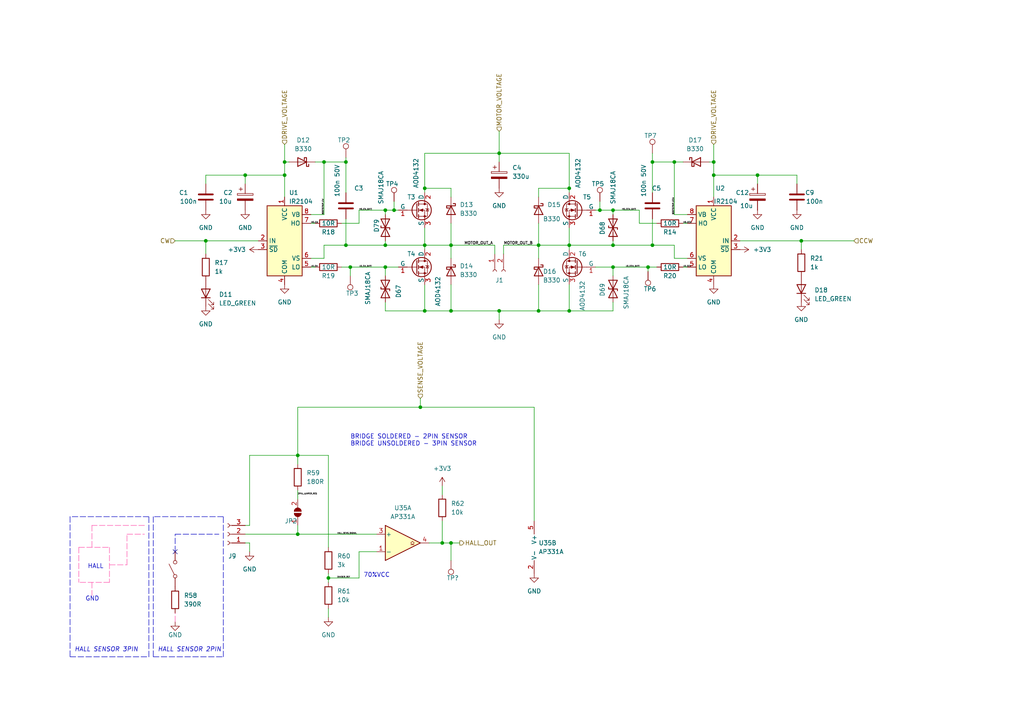
<source format=kicad_sch>
(kicad_sch (version 20211123) (generator eeschema)
  (paper "A4")
  (lib_symbols
    (symbol "Connector:Conn_01x02_Female" (pin_names (offset 1.016) hide)
      (property "Reference" "J" (at 0 2.54 0))
      (property "Value" "Conn_01x02_Female" (at 0 -5.08 0))
      (symbol "Conn_01x02_Female_1_1"
        (arc (start 0 -2.032) (mid -0.508 -2.54) (end 0 -3.048) (stroke (width 0.1524)))
        (polyline (pts (xy -1.27 -2.54) (xy -0.508 -2.54)) (stroke (width 0.1524)))
        (polyline (pts (xy -1.27 0) (xy -0.508 0)) (stroke (width 0.1524)))
        (arc (start 0 0.508) (mid -0.508 0) (end 0 -0.508) (stroke (width 0.1524)))
        (pin passive line (at -5.08 0 0) (length 3.81) (name "Pin_1") (number "1"))
        (pin passive line (at -5.08 -2.54 0) (length 3.81) (name "Pin_2") (number "2"))
      )
    )
    (symbol "Connector:Conn_01x03_Female" (pin_names (offset 1.016) hide)
      (property "Reference" "J" (at 0 5.08 0))
      (property "Value" "Conn_01x03_Female" (at 0 -5.08 0))
      (symbol "Conn_01x03_Female_1_1"
        (arc (start 0 -2.032) (mid -0.508 -2.54) (end 0 -3.048) (stroke (width 0.1524)))
        (polyline (pts (xy -1.27 -2.54) (xy -0.508 -2.54)) (stroke (width 0.1524)))
        (polyline (pts (xy -1.27 0) (xy -0.508 0)) (stroke (width 0.1524)))
        (polyline (pts (xy -1.27 2.54) (xy -0.508 2.54)) (stroke (width 0.1524)))
        (arc (start 0 0.508) (mid -0.508 0) (end 0 -0.508) (stroke (width 0.1524)))
        (arc (start 0 3.048) (mid -0.508 2.54) (end 0 2.032) (stroke (width 0.1524)))
        (pin passive line (at -5.08 2.54 0) (length 3.81) (name "Pin_1") (number "1"))
        (pin passive line (at -5.08 0 0) (length 3.81) (name "Pin_2") (number "2"))
        (pin passive line (at -5.08 -2.54 0) (length 3.81) (name "Pin_3") (number "3"))
      )
    )
    (symbol "Connector:TestPoint" (pin_numbers hide) (pin_names (offset 0.762) hide)
      (property "Reference" "TP" (at 0 6.858 0))
      (property "Value" "TestPoint" (at 0 5.08 0))
      (symbol "TestPoint_0_1"
        (circle (center 0 3.302) (radius 0.762))
      )
      (symbol "TestPoint_1_1"
        (pin passive line (at 0 0 90) (length 2.54) (name "1") (number "1"))
      )
    )
    (symbol "Device:C" (pin_numbers hide) (pin_names (offset 0.254))
      (property "Reference" "C" (at 0.635 2.54 0))
      (property "Value" "C" (at 0.635 -2.54 0))
      (symbol "C_0_1"
        (polyline (pts (xy -2.032 -0.762) (xy 2.032 -0.762)) (stroke (width 0.508)))
        (polyline (pts (xy -2.032 0.762) (xy 2.032 0.762)) (stroke (width 0.508)))
      )
      (symbol "C_1_1"
        (pin passive line (at 0 3.81 270) (length 2.794) (name "~") (number "1"))
        (pin passive line (at 0 -3.81 90) (length 2.794) (name "~") (number "2"))
      )
    )
    (symbol "Device:C_Polarized" (pin_numbers hide) (pin_names (offset 0.254))
      (property "Reference" "C" (at 0.635 2.54 0))
      (property "Value" "C_Polarized" (at 0.635 -2.54 0))
      (symbol "C_Polarized_0_1"
        (rectangle (start -2.286 0.508) (end 2.286 1.016))
        (polyline (pts (xy -1.778 2.286) (xy -0.762 2.286)))
        (polyline (pts (xy -1.27 2.794) (xy -1.27 1.778)))
        (rectangle (start 2.286 -0.508) (end -2.286 -1.016) (fill (type outline)))
      )
      (symbol "C_Polarized_1_1"
        (pin passive line (at 0 3.81 270) (length 2.794) (name "~") (number "1"))
        (pin passive line (at 0 -3.81 90) (length 2.794) (name "~") (number "2"))
      )
    )
    (symbol "Device:LED" (pin_numbers hide) (pin_names (offset 1.016) hide)
      (property "Reference" "D" (at 0 2.54 0))
      (property "Value" "LED" (at 0 -2.54 0))
      (symbol "LED_0_1"
        (polyline (pts (xy -1.27 -1.27) (xy -1.27 1.27)) (stroke (width 0.254)))
        (polyline (pts (xy -1.27 0) (xy 1.27 0)))
        (polyline (pts (xy 1.27 -1.27) (xy 1.27 1.27) (xy -1.27 0) (xy 1.27 -1.27)) (stroke (width 0.254)))
        (polyline (pts (xy -3.048 -0.762) (xy -4.572 -2.286) (xy -3.81 -2.286) (xy -4.572 -2.286) (xy -4.572 -1.524)))
        (polyline (pts (xy -1.778 -0.762) (xy -3.302 -2.286) (xy -2.54 -2.286) (xy -3.302 -2.286) (xy -3.302 -1.524)))
      )
      (symbol "LED_1_1"
        (pin passive line (at -3.81 0 0) (length 2.54) (name "K") (number "1"))
        (pin passive line (at 3.81 0 180) (length 2.54) (name "A") (number "2"))
      )
    )
    (symbol "Device:R" (pin_numbers hide) (pin_names (offset 0))
      (property "Reference" "R" (at 2.032 0 90))
      (property "Value" "R" (at 0 0 90))
      (symbol "R_0_1"
        (rectangle (start -1.016 -2.54) (end 1.016 2.54) (stroke (width 0.254)))
      )
      (symbol "R_1_1"
        (pin passive line (at 0 3.81 270) (length 1.27) (name "~") (number "1"))
        (pin passive line (at 0 -3.81 90) (length 1.27) (name "~") (number "2"))
      )
    )
    (symbol "Diode:1.5KExxCA" (pin_numbers hide) (pin_names (offset 1.016) hide)
      (property "Reference" "D" (at 0 2.54 0))
      (property "Value" "1.5KExxCA" (at 0 -2.54 0))
      (symbol "1.5KExxCA_0_1"
        (polyline (pts (xy 1.27 0) (xy -1.27 0)))
        (polyline (pts (xy -2.54 -1.27) (xy 0 0) (xy -2.54 1.27) (xy -2.54 -1.27)) (stroke (width 0.254)))
        (polyline (pts (xy 0.508 1.27) (xy 0 1.27) (xy 0 -1.27) (xy -0.508 -1.27)) (stroke (width 0.254)))
        (polyline (pts (xy 2.54 1.27) (xy 2.54 -1.27) (xy 0 0) (xy 2.54 1.27)) (stroke (width 0.254)))
      )
      (symbol "1.5KExxCA_1_1"
        (pin passive line (at -3.81 0 0) (length 2.54) (name "A1") (number "1"))
        (pin passive line (at 3.81 0 180) (length 2.54) (name "A2") (number "2"))
      )
    )
    (symbol "Diode:B330" (pin_numbers hide) (pin_names (offset 1.016) hide)
      (property "Reference" "D" (at 0 2.54 0))
      (property "Value" "B330" (at 0 -2.54 0))
      (symbol "B330_0_1"
        (polyline (pts (xy 1.27 0) (xy -1.27 0)))
        (polyline (pts (xy 1.27 1.27) (xy 1.27 -1.27) (xy -1.27 0) (xy 1.27 1.27)) (stroke (width 0.254)))
        (polyline (pts (xy -1.905 0.635) (xy -1.905 1.27) (xy -1.27 1.27) (xy -1.27 -1.27) (xy -0.635 -1.27) (xy -0.635 -0.635)) (stroke (width 0.254)))
      )
      (symbol "B330_1_1"
        (pin passive line (at -3.81 0 0) (length 2.54) (name "K") (number "1"))
        (pin passive line (at 3.81 0 180) (length 2.54) (name "A") (number "2"))
      )
    )
    (symbol "Jumper:SolderJumper_2_Open" (pin_names (offset 0) hide)
      (property "Reference" "JP" (at 0 2.032 0))
      (property "Value" "SolderJumper_2_Open" (at 0 -2.54 0))
      (symbol "SolderJumper_2_Open_0_1"
        (arc (start -0.254 1.016) (mid -1.27 0) (end -0.254 -1.016))
        (arc (start -0.254 1.016) (mid -1.27 0) (end -0.254 -1.016) (fill (type outline)))
        (polyline (pts (xy -0.254 1.016) (xy -0.254 -1.016)))
        (polyline (pts (xy 0.254 1.016) (xy 0.254 -1.016)))
        (arc (start 0.254 -1.016) (mid 1.27 0) (end 0.254 1.016))
        (arc (start 0.254 -1.016) (mid 1.27 0) (end 0.254 1.016) (fill (type outline)))
      )
      (symbol "SolderJumper_2_Open_1_1"
        (pin passive line (at -3.81 0 0) (length 2.54) (name "A") (number "1"))
        (pin passive line (at 3.81 0 180) (length 2.54) (name "B") (number "2"))
      )
    )
    (symbol "Switch:SW_SPST" (pin_numbers hide) (pin_names (offset 0) hide)
      (property "Reference" "SW" (at 0 3.175 0))
      (property "Value" "SW_SPST" (at 0 -2.54 0))
      (symbol "SW_SPST_0_0"
        (circle (center -2.032 0) (radius 0.508))
        (polyline (pts (xy -1.524 0.254) (xy 1.524 1.778)))
        (circle (center 2.032 0) (radius 0.508))
      )
      (symbol "SW_SPST_1_1"
        (pin passive line (at -5.08 0 0) (length 2.54) (name "A") (number "1"))
        (pin passive line (at 5.08 0 180) (length 2.54) (name "B") (number "2"))
      )
    )
    (symbol "_IntegratedCircuits:AP331A" (pin_names (offset 0.127))
      (property "Reference" "U" (at 0 12.7 0))
      (property "Value" "AP331A" (at 0 10.16 0))
      (symbol "AP331A_1_1"
        (polyline (pts (xy -5.08 5.08) (xy 5.08 0) (xy -5.08 -5.08) (xy -5.08 5.08)) (stroke (width 0.254)) (fill (type background)))
        (polyline (pts (xy 3.302 -0.508) (xy 2.794 -0.508) (xy 3.302 0) (xy 2.794 0.508) (xy 2.286 0) (xy 2.794 -0.508) (xy 2.286 -0.508)) (stroke (width 0.127)))
        (pin input line (at -7.62 -2.54 0) (length 2.54) (name "-") (number "1"))
        (pin input line (at -7.62 2.54 0) (length 2.54) (name "+") (number "3"))
        (pin open_collector line (at 7.62 0 180) (length 2.54) (name "~") (number "4"))
      )
      (symbol "AP331A_2_1"
        (pin power_in line (at 0 -7.62 90) (length 3.81) (name "V-") (number "2"))
        (pin power_in line (at 0 7.62 270) (length 3.81) (name "V+") (number "5"))
      )
    )
    (symbol "_IntegratedCircuits:IR2104"
      (property "Reference" "U" (at 1.27 13.335 0))
      (property "Value" "IR2104" (at 1.27 11.43 0))
      (symbol "IR2104_0_1"
        (rectangle (start -5.08 -10.16) (end 5.08 10.16) (stroke (width 0.254)) (fill (type background)))
      )
      (symbol "IR2104_1_1"
        (pin passive line (at 0 12.7 270) (length 2.54) (name "VCC") (number "1"))
        (pin passive line (at -7.62 0 0) (length 2.54) (name "IN") (number "2"))
        (pin passive line (at -7.62 -2.54 0) (length 2.54) (name "~{SD}") (number "3"))
        (pin passive line (at 0 -12.7 90) (length 2.54) (name "COM") (number "4"))
        (pin passive line (at 7.62 -7.62 180) (length 2.54) (name "LO") (number "5"))
        (pin passive line (at 7.62 -5.08 180) (length 2.54) (name "VS") (number "6"))
        (pin passive line (at 7.62 5.08 180) (length 2.54) (name "HO") (number "7"))
        (pin passive line (at 7.62 7.62 180) (length 2.54) (name "VB") (number "8"))
      )
    )
    (symbol "_Transistors:AOD4132" (pin_names (offset 0))
      (property "Reference" "T" (at 0 8.89 0))
      (property "Value" "AOD4132" (at 0 6.35 0))
      (symbol "AOD4132_0_1"
        (circle (center -0.889 0) (radius 2.794) (stroke (width 0.254)))
        (circle (center 0 -1.778) (radius 0.254) (fill (type outline)))
        (polyline (pts (xy -2.286 0) (xy -5.08 0)))
        (polyline (pts (xy -2.286 1.905) (xy -2.286 -1.905)) (stroke (width 0.254)))
        (polyline (pts (xy -1.778 -1.27) (xy -1.778 -2.286)) (stroke (width 0.254)))
        (polyline (pts (xy -1.778 0.508) (xy -1.778 -0.508)) (stroke (width 0.254)))
        (polyline (pts (xy -1.778 2.286) (xy -1.778 1.27)) (stroke (width 0.254)))
        (polyline (pts (xy 0 2.54) (xy 0 1.778)))
        (polyline (pts (xy 0 -2.54) (xy 0 0) (xy -1.778 0)))
        (polyline (pts (xy -1.778 -1.778) (xy 0.762 -1.778) (xy 0.762 1.778) (xy -1.778 1.778)))
        (polyline (pts (xy -1.524 0) (xy -0.508 0.381) (xy -0.508 -0.381) (xy -1.524 0)) (fill (type outline)))
        (polyline (pts (xy 0.254 0.508) (xy 0.381 0.381) (xy 1.143 0.381) (xy 1.27 0.254)))
        (polyline (pts (xy 0.762 0.381) (xy 0.381 -0.254) (xy 1.143 -0.254) (xy 0.762 0.381)))
        (circle (center 0 1.778) (radius 0.254) (fill (type outline)))
      )
      (symbol "AOD4132_1_1"
        (pin input line (at -7.62 0 0) (length 2.54) (name "G") (number "1"))
        (pin passive line (at 0 5.08 270) (length 2.54) (name "D") (number "2"))
        (pin passive line (at 0 -5.08 90) (length 2.54) (name "S") (number "3"))
      )
    )
    (symbol "power:+3.3V" (power) (pin_names (offset 0))
      (property "Value" "+3.3V" (at 0 3.556 0))
      (symbol "+3.3V_0_1"
        (polyline (pts (xy -0.762 1.27) (xy 0 2.54)))
        (polyline (pts (xy 0 0) (xy 0 2.54)))
        (polyline (pts (xy 0 2.54) (xy 0.762 1.27)))
      )
      (symbol "+3.3V_1_1"
        (pin power_in line (at 0 0 90) (length 0) hide (name "+3V3") (number "1"))
      )
    )
    (symbol "power:GND" (power) (pin_names (offset 0))
      (property "Value" "GND" (at 0 -3.81 0))
      (symbol "GND_0_1"
        (polyline (pts (xy 0 0) (xy 0 -1.27) (xy 1.27 -1.27) (xy 0 -2.54) (xy -1.27 -1.27) (xy 0 -1.27)))
      )
      (symbol "GND_1_1"
        (pin power_in line (at 0 0 270) (length 0) hide (name "GND") (number "1"))
      )
    )
  )
  (junction (at 219.71 50.8))
  (junction (at 82.55 50.8))
  (junction (at 189.23 71.12))
  (junction (at 123.19 54.61))
  (junction (at 111.76 60.96))
  (junction (at 82.55 46.99))
  (junction (at 123.19 71.12))
  (junction (at 144.78 44.45))
  (junction (at 130.81 157.48))
  (junction (at 123.19 90.17))
  (junction (at 144.78 90.17))
  (junction (at 156.21 71.12))
  (junction (at 177.8 71.12))
  (junction (at 59.69 69.85))
  (junction (at 130.81 71.12))
  (junction (at 130.81 90.17))
  (junction (at 232.41 69.85))
  (junction (at 71.12 50.8))
  (junction (at 207.01 50.8))
  (junction (at 207.01 46.99))
  (junction (at 165.1 54.61))
  (junction (at 111.76 77.47))
  (junction (at 173.99 60.96))
  (junction (at 165.1 90.17))
  (junction (at 165.1 71.12))
  (junction (at 86.36 132.08))
  (junction (at 128.27 157.48))
  (junction (at 86.36 154.94))
  (junction (at 189.23 46.99))
  (junction (at 156.21 90.17))
  (junction (at 100.33 46.99))
  (junction (at 114.3 60.96))
  (junction (at 101.6 77.47))
  (junction (at 177.8 60.96))
  (junction (at 93.98 46.99))
  (junction (at 187.96 77.47))
  (junction (at 111.76 71.12))
  (junction (at 100.33 71.12))
  (junction (at 195.58 46.99))
  (junction (at 95.25 167.64))
  (junction (at 177.8 77.47))
  (junction (at 121.92 118.11))
  (no_connect (at 50.8 160.02))
  (wire (pts (xy 50.8 69.85) (xy 59.69 69.85)))
  (wire (pts (xy 185.42 60.96) (xy 185.42 64.77)))
  (wire (pts (xy 172.72 77.47) (xy 177.8 77.47)))
  (wire (pts (xy 90.17 77.47) (xy 91.44 77.47)))
  (wire (pts (xy 123.19 90.17) (xy 130.81 90.17)))
  (wire (pts (xy 59.69 53.34) (xy 59.69 50.8)))
  (wire (pts (xy 146.05 71.12) (xy 156.21 71.12)))
  (wire (pts (xy 128.27 151.13) (xy 128.27 157.48)))
  (wire (pts (xy 50.8 180.34) (xy 50.8 177.8)) (stroke (width 0) (type dash) (color 255 82 172 1)))
  (wire (pts (xy 165.1 82.55) (xy 165.1 90.17)))
  (wire (pts (xy 95.25 158.75) (xy 95.25 132.08)))
  (wire (pts (xy 189.23 55.88) (xy 189.23 46.99)))
  (wire (pts (xy 124.46 157.48) (xy 128.27 157.48)))
  (polyline (pts (xy 31.75 163.83) (xy 36.83 163.83)) (stroke (width 0) (color 255 82 172 1)))
  (wire (pts (xy 86.36 152.4) (xy 86.36 154.94)))
  (wire (pts (xy 72.39 157.48) (xy 72.39 160.02)))
  (wire (pts (xy 195.58 71.12) (xy 195.58 74.93)))
  (wire (pts (xy 130.81 71.12) (xy 143.51 71.12)))
  (polyline (pts (xy 43.18 149.86) (xy 20.32 149.86)))
  (wire (pts (xy 123.19 54.61) (xy 130.81 54.61)))
  (wire (pts (xy 219.71 53.34) (xy 219.71 50.8)))
  (wire (pts (xy 59.69 50.8) (xy 71.12 50.8)))
  (wire (pts (xy 144.78 44.45) (xy 144.78 46.99)))
  (polyline (pts (xy 31.75 168.91) (xy 22.86 168.91)) (stroke (width 0) (color 255 82 172 1)))
  (wire (pts (xy 195.58 74.93) (xy 199.39 74.93)))
  (wire (pts (xy 177.8 87.63) (xy 177.8 90.17)))
  (wire (pts (xy 111.76 90.17) (xy 123.19 90.17)))
  (wire (pts (xy 95.25 167.64) (xy 95.25 168.91)))
  (wire (pts (xy 177.8 77.47) (xy 177.8 80.01)))
  (wire (pts (xy 165.1 71.12) (xy 165.1 72.39)))
  (wire (pts (xy 177.8 90.17) (xy 165.1 90.17)))
  (wire (pts (xy 111.76 60.96) (xy 111.76 62.23)))
  (wire (pts (xy 205.74 46.99) (xy 207.01 46.99)))
  (polyline (pts (xy 50.8 154.94) (xy 63.5 154.94)))
  (wire (pts (xy 104.14 160.02) (xy 109.22 160.02)))
  (polyline (pts (xy 36.83 154.94) (xy 41.91 154.94)) (stroke (width 0) (color 255 82 172 1)))
  (wire (pts (xy 173.99 60.96) (xy 177.8 60.96)))
  (wire (pts (xy 101.6 77.47) (xy 111.76 77.47)))
  (wire (pts (xy 111.76 60.96) (xy 104.14 60.96)))
  (wire (pts (xy 123.19 71.12) (xy 130.81 71.12)))
  (wire (pts (xy 111.76 80.01) (xy 111.76 77.47)))
  (wire (pts (xy 173.99 58.42) (xy 173.99 60.96)))
  (polyline (pts (xy 20.32 190.5) (xy 43.18 190.5)))
  (wire (pts (xy 95.25 176.53) (xy 95.25 179.07)))
  (wire (pts (xy 104.14 60.96) (xy 104.14 64.77)))
  (wire (pts (xy 93.98 62.23) (xy 90.17 62.23)))
  (wire (pts (xy 189.23 71.12) (xy 195.58 71.12)))
  (wire (pts (xy 72.39 132.08) (xy 72.39 152.4)))
  (wire (pts (xy 123.19 44.45) (xy 144.78 44.45)))
  (wire (pts (xy 231.14 53.34) (xy 231.14 50.8)))
  (wire (pts (xy 156.21 90.17) (xy 165.1 90.17)))
  (polyline (pts (xy 31.75 158.75) (xy 31.75 168.91)) (stroke (width 0) (color 255 82 172 1)))
  (wire (pts (xy 100.33 71.12) (xy 111.76 71.12)))
  (wire (pts (xy 207.01 50.8) (xy 207.01 57.15)))
  (polyline (pts (xy 41.91 152.4) (xy 26.67 152.4)) (stroke (width 0) (color 255 82 172 1)))
  (wire (pts (xy 100.33 46.99) (xy 93.98 46.99)))
  (wire (pts (xy 177.8 71.12) (xy 189.23 71.12)))
  (wire (pts (xy 128.27 140.97) (xy 128.27 143.51)))
  (wire (pts (xy 156.21 64.77) (xy 156.21 71.12)))
  (wire (pts (xy 82.55 46.99) (xy 82.55 50.8)))
  (wire (pts (xy 198.12 77.47) (xy 199.39 77.47)))
  (wire (pts (xy 104.14 64.77) (xy 99.06 64.77)))
  (wire (pts (xy 114.3 58.42) (xy 114.3 60.96)))
  (wire (pts (xy 100.33 63.5) (xy 100.33 71.12)))
  (wire (pts (xy 187.96 77.47) (xy 187.96 78.74)))
  (wire (pts (xy 232.41 69.85) (xy 232.41 72.39)))
  (wire (pts (xy 189.23 46.99) (xy 195.58 46.99)))
  (wire (pts (xy 165.1 54.61) (xy 165.1 55.88)))
  (wire (pts (xy 95.25 166.37) (xy 95.25 167.64)))
  (wire (pts (xy 165.1 66.04) (xy 165.1 71.12)))
  (wire (pts (xy 232.41 69.85) (xy 214.63 69.85)))
  (wire (pts (xy 95.25 132.08) (xy 86.36 132.08)))
  (wire (pts (xy 86.36 118.11) (xy 86.36 132.08)))
  (wire (pts (xy 86.36 132.08) (xy 86.36 134.62)))
  (wire (pts (xy 144.78 38.1) (xy 144.78 44.45)))
  (wire (pts (xy 219.71 50.8) (xy 231.14 50.8)))
  (polyline (pts (xy 26.67 152.4) (xy 26.67 158.75)) (stroke (width 0) (color 255 82 172 1)))
  (wire (pts (xy 232.41 69.85) (xy 247.65 69.85)))
  (wire (pts (xy 207.01 46.99) (xy 207.01 50.8)))
  (polyline (pts (xy 22.86 158.75) (xy 31.75 158.75)) (stroke (width 0) (color 255 82 172 1)))
  (wire (pts (xy 154.94 118.11) (xy 121.92 118.11)))
  (wire (pts (xy 59.69 69.85) (xy 74.93 69.85)))
  (wire (pts (xy 72.39 132.08) (xy 86.36 132.08)))
  (wire (pts (xy 115.57 60.96) (xy 114.3 60.96)))
  (wire (pts (xy 71.12 53.34) (xy 71.12 50.8)))
  (wire (pts (xy 114.3 60.96) (xy 111.76 60.96)))
  (wire (pts (xy 59.69 69.85) (xy 59.69 73.66)))
  (wire (pts (xy 111.76 87.63) (xy 111.76 90.17)))
  (wire (pts (xy 130.81 64.77) (xy 130.81 71.12)))
  (wire (pts (xy 100.33 45.72) (xy 100.33 46.99)))
  (wire (pts (xy 93.98 74.93) (xy 90.17 74.93)))
  (wire (pts (xy 146.05 71.12) (xy 146.05 73.66)))
  (wire (pts (xy 144.78 90.17) (xy 156.21 90.17)))
  (wire (pts (xy 130.81 57.15) (xy 130.81 54.61)))
  (wire (pts (xy 156.21 71.12) (xy 165.1 71.12)))
  (wire (pts (xy 90.17 64.77) (xy 91.44 64.77)))
  (polyline (pts (xy 20.32 149.86) (xy 20.32 190.5)))
  (wire (pts (xy 130.81 157.48) (xy 130.81 162.56)))
  (wire (pts (xy 154.94 118.11) (xy 154.94 151.13)))
  (wire (pts (xy 99.06 77.47) (xy 101.6 77.47)))
  (wire (pts (xy 195.58 46.99) (xy 198.12 46.99)))
  (wire (pts (xy 71.12 154.94) (xy 86.36 154.94)))
  (wire (pts (xy 189.23 44.45) (xy 189.23 46.99)))
  (wire (pts (xy 144.78 44.45) (xy 165.1 44.45)))
  (wire (pts (xy 101.6 77.47) (xy 101.6 80.01)))
  (wire (pts (xy 121.92 118.11) (xy 86.36 118.11)))
  (wire (pts (xy 172.72 60.96) (xy 173.99 60.96)))
  (wire (pts (xy 95.25 167.64) (xy 104.14 167.64)))
  (wire (pts (xy 82.55 50.8) (xy 82.55 57.15)))
  (wire (pts (xy 71.12 50.8) (xy 82.55 50.8)))
  (wire (pts (xy 93.98 46.99) (xy 93.98 62.23)))
  (wire (pts (xy 123.19 44.45) (xy 123.19 54.61)))
  (wire (pts (xy 86.36 154.94) (xy 109.22 154.94)))
  (wire (pts (xy 130.81 90.17) (xy 144.78 90.17)))
  (wire (pts (xy 156.21 71.12) (xy 156.21 74.93)))
  (wire (pts (xy 207.01 41.91) (xy 207.01 46.99)))
  (wire (pts (xy 143.51 71.12) (xy 143.51 73.66)))
  (wire (pts (xy 130.81 71.12) (xy 130.81 74.93)))
  (wire (pts (xy 177.8 77.47) (xy 187.96 77.47)))
  (wire (pts (xy 123.19 71.12) (xy 123.19 72.39)))
  (wire (pts (xy 100.33 55.88) (xy 100.33 46.99)))
  (wire (pts (xy 71.12 152.4) (xy 72.39 152.4)))
  (wire (pts (xy 111.76 77.47) (xy 115.57 77.47)))
  (wire (pts (xy 185.42 64.77) (xy 190.5 64.77)))
  (wire (pts (xy 86.36 142.24) (xy 86.36 144.78)))
  (wire (pts (xy 207.01 50.8) (xy 219.71 50.8)))
  (wire (pts (xy 83.82 46.99) (xy 82.55 46.99)))
  (polyline (pts (xy 44.45 190.5) (xy 64.77 190.5)))
  (polyline (pts (xy 64.77 190.5) (xy 64.77 149.86)))
  (wire (pts (xy 177.8 60.96) (xy 185.42 60.96)))
  (polyline (pts (xy 44.45 149.86) (xy 44.45 190.5)))
  (wire (pts (xy 111.76 71.12) (xy 123.19 71.12)))
  (wire (pts (xy 123.19 54.61) (xy 123.19 55.88)))
  (wire (pts (xy 195.58 46.99) (xy 195.58 62.23)))
  (wire (pts (xy 82.55 41.91) (xy 82.55 46.99)))
  (wire (pts (xy 144.78 92.71) (xy 144.78 90.17)))
  (wire (pts (xy 130.81 82.55) (xy 130.81 90.17)))
  (polyline (pts (xy 36.83 163.83) (xy 36.83 154.94)) (stroke (width 0) (color 255 82 172 1)))
  (wire (pts (xy 156.21 82.55) (xy 156.21 90.17)))
  (wire (pts (xy 93.98 71.12) (xy 93.98 74.93)))
  (wire (pts (xy 187.96 77.47) (xy 190.5 77.47)))
  (wire (pts (xy 104.14 167.64) (xy 104.14 160.02)))
  (wire (pts (xy 130.81 157.48) (xy 133.35 157.48)))
  (wire (pts (xy 123.19 82.55) (xy 123.19 90.17)))
  (wire (pts (xy 123.19 66.04) (xy 123.19 71.12)))
  (wire (pts (xy 71.12 157.48) (xy 72.39 157.48)))
  (wire (pts (xy 156.21 54.61) (xy 165.1 54.61)))
  (polyline (pts (xy 43.18 190.5) (xy 43.18 149.86)))
  (polyline (pts (xy 26.67 168.91) (xy 26.67 172.72)) (stroke (width 0) (color 255 82 172 1)))
  (wire (pts (xy 177.8 69.85) (xy 177.8 71.12)))
  (wire (pts (xy 100.33 71.12) (xy 93.98 71.12)))
  (wire (pts (xy 177.8 60.96) (xy 177.8 62.23)))
  (polyline (pts (xy 64.77 149.86) (xy 44.45 149.86)))
  (wire (pts (xy 111.76 69.85) (xy 111.76 71.12)))
  (wire (pts (xy 198.12 64.77) (xy 199.39 64.77)))
  (polyline (pts (xy 22.86 158.75) (xy 22.86 168.91)) (stroke (width 0) (color 255 82 172 1)))
  (wire (pts (xy 195.58 62.23) (xy 199.39 62.23)))
  (wire (pts (xy 93.98 46.99) (xy 91.44 46.99)))
  (wire (pts (xy 156.21 57.15) (xy 156.21 54.61)))
  (wire (pts (xy 165.1 44.45) (xy 165.1 54.61)))
  (wire (pts (xy 128.27 157.48) (xy 130.81 157.48)))
  (wire (pts (xy 165.1 71.12) (xy 177.8 71.12)))
  (polyline (pts (xy 50.8 160.02) (xy 50.8 154.94)))
  (wire (pts (xy 121.92 115.57) (xy 121.92 118.11)))
  (wire (pts (xy 189.23 63.5) (xy 189.23 71.12)))
  (text "HALL" (at 25.4 165.1 0) (effects (font (size 1.27 1.27)) (justify left bottom)))
  (text "70%VCC" (at 105.41 167.64 0) (effects (font (size 1.27 1.27)) (justify left bottom)))
  (text "HALL SENSOR 2PIN\n" (at 45.72 189.23 0) (effects (font (size 1.27 1.27) italic) (justify left bottom)))
  (text "GND\n" (at 24.7505 174.5085 0) (effects (font (size 1.27 1.27)) (justify left bottom)))
  (text "HALL SENSOR 3PIN\n" (at 21.59 189.23 0) (effects (font (size 1.27 1.27) italic) (justify left bottom)))
  (text "BRIDGE SOLDERED - 2PIN SENSOR\nBRIDGE UNSOLDERED - 3PIN SENSOR" (at 101.6 129.54 0) (effects (font (size 1.27 1.27)) (justify left bottom)))
  (label "HO_CCW" (at 198.12 64.77 0) (effects (font (size 0.4 0.4))))
  (label "BOOTSTRAP_CCW" (at 195.58 62.23 90) (effects (font (size 0.4 0.4))))
  (label "HALL_SENS_SIGNAL" (at 97.79 154.94 0) (effects (font (size 0.4 0.4))))
  (label "HO_CW_GATE" (at 104.14 60.96 0) (effects (font (size 0.4 0.4))))
  (label "LO_CW_GATE" (at 104.14 77.47 0) (effects (font (size 0.4 0.4))))
  (label "LO_CCW_GATE" (at 181.4471 77.47 0) (effects (font (size 0.4 0.4))))
  (label "MOTOR_OUT_B" (at 146.05 71.12 0) (effects (font (size 0.8 0.8))))
  (label "LO_CCW" (at 198.12 77.47 0) (effects (font (size 0.4 0.4))))
  (label "DIVIDER_REF" (at 97.79 167.64 0) (effects (font (size 0.4 0.4))))
  (label "HO_CW" (at 90.17 64.77 0) (effects (font (size 0.4 0.4))))
  (label "LO_CW" (at 90.17 77.47 0) (effects (font (size 0.4 0.4))))
  (label "2PIN_JUMPER_RES" (at 86.36 143.51 0) (effects (font (size 0.4 0.4))))
  (label "HO_CCW_GATE" (at 180.34 60.96 0) (effects (font (size 0.4 0.4))))
  (label "BOOTSTRAP_CW" (at 93.98 62.23 90) (effects (font (size 0.4 0.4))))
  (label "MOTOR_OUT_A" (at 134.62 71.12 0) (effects (font (size 0.8 0.8))))
  (hierarchical_label "CCW" (shape input) (at 247.65 69.85 0))
  (hierarchical_label "CW" (shape input) (at 50.8 69.85 180))
  (hierarchical_label "MOTOR_VOLTAGE" (shape input) (at 144.78 38.1 90))
  (hierarchical_label "DRIVE_VOLTAGE" (shape input) (at 207.01 41.91 90))
  (hierarchical_label "DRIVE_VOLTAGE" (shape input) (at 82.55 41.91 90))
  (hierarchical_label "HALL_OUT" (shape output) (at 133.35 157.48 0))
  (hierarchical_label "SENSE_VOLTAGE" (shape input) (at 121.92 115.57 90))
  (symbol (lib_id "Connector:TestPoint") (at 173.99 58.42 0) (unit 1)
    (property "Reference" "TP5" (at 175.26 53.34 0) (effects (justify right)))
    (property "Value" "TestPoint" (effects hide))
    (property "Footprint" "TestPoint:TestPoint_THTPad_1.0x1.0mm_Drill0.5mm" (effects hide))
  )
  (symbol (lib_id "Device:R") (at 95.25 162.56 180) (unit 1)
    (property "Reference" "R60" (at 97.79 161.2899 0) (effects (justify right)))
    (property "Value" "3k" (at 97.79 163.8299 0) (effects (justify right)))
    (property "Footprint" "Resistor_SMD:R_0603_1608Metric_Pad0.98x0.95mm_HandSolder" (effects hide))
  )
  (symbol (lib_id "Device:R") (at 194.31 77.47 90) (unit 1)
    (property "Reference" "R20" (at 194.31 80.01 90))
    (property "Value" "10R" (at 194.31 77.47 90))
    (property "Footprint" "Resistor_SMD:R_0603_1608Metric_Pad0.98x0.95mm_HandSolder" (effects hide))
  )
  (symbol (lib_id "_Transistors:AOD4132") (at 123.19 77.47 0) (unit 1)
    (property "Reference" "T4" (at 118.11 73.66 0) (effects (justify left)))
    (property "Value" "AOD4132" (at 127 88.9 90) (effects (justify left)))
    (property "Footprint" "_Transistors:AOD4132" (effects hide))
    (property "Datasheet" "https://www.tme.eu/Document/f8dd05d6207ccfb955075b387a04da09/AOD4132.pdf" (effects hide))
  )
  (symbol (lib_id "power:+3.3V") (at 74.93 72.39 90) (unit 1)
    (property "Reference" "#PWR04" (effects hide))
    (property "Value" "+3.3V" (at 66.04 72.39 90) (effects (justify right)))
  )
  (symbol (lib_id "Connector:TestPoint") (at 100.33 45.72 0) (unit 1)
    (property "Reference" "TP2" (at 101.6 40.64 0) (effects (justify right)))
    (property "Value" "TestPoint" (effects hide))
    (property "Footprint" "TestPoint:TestPoint_THTPad_1.0x1.0mm_Drill0.5mm" (effects hide))
  )
  (symbol (lib_id "Device:R") (at 59.69 77.47 0) (unit 1)
    (property "Reference" "R17" (at 62.23 76.1999 0) (effects (justify left)))
    (property "Value" "1k" (at 62.23 78.7399 0) (effects (justify left)))
    (property "Footprint" "Resistor_SMD:R_0603_1608Metric_Pad0.98x0.95mm_HandSolder" (effects hide))
  )
  (symbol (lib_id "Connector:TestPoint") (at 130.81 162.56 180) (unit 1)
    (property "Reference" "TP?" (at 129.54 167.64 0) (effects (justify right)))
    (property "Value" "TestPoint" (effects hide))
    (property "Footprint" "TestPoint:TestPoint_THTPad_1.0x1.0mm_Drill0.5mm" (effects hide))
  )
  (symbol (lib_id "Connector:TestPoint") (at 187.96 78.74 180) (unit 1)
    (property "Reference" "TP6" (at 186.69 83.82 0) (effects (justify right)))
    (property "Value" "TestPoint" (effects hide))
    (property "Footprint" "TestPoint:TestPoint_THTPad_1.0x1.0mm_Drill0.5mm" (effects hide))
  )
  (symbol (lib_id "power:GND") (at 71.12 60.96 0) (unit 1)
    (property "Reference" "#PWR03" (effects hide))
    (property "Value" "GND" (at 71.12 66.04 0))
  )
  (symbol (lib_id "Device:LED") (at 232.41 83.82 90) (unit 1)
    (property "Reference" "D18" (at 236.22 84.1374 90) (effects (justify right)))
    (property "Value" "LED_GREEN" (at 236.22 86.6774 90) (effects (justify right)))
    (property "Footprint" "LED_SMD:LED_0603_1608Metric_Pad1.05x0.95mm_HandSolder" (effects hide))
  )
  (symbol (lib_id "Connector:TestPoint") (at 114.3 58.42 0) (unit 1)
    (property "Reference" "TP4" (at 115.57 53.34 0) (effects (justify right)))
    (property "Value" "TestPoint" (effects hide))
    (property "Footprint" "TestPoint:TestPoint_THTPad_1.0x1.0mm_Drill0.5mm" (effects hide))
  )
  (symbol (lib_id "Diode:B330") (at 130.81 78.74 270) (unit 1)
    (property "Reference" "D14" (at 133.35 77.1524 90) (effects (justify left)))
    (property "Value" "B330" (at 133.35 79.6924 90) (effects (justify left)))
    (property "Footprint" "Diode_SMD:D_SMA_Handsoldering" (effects hide))
    (property "Datasheet" "http://www.jameco.com/Jameco/Products/ProdDS/1538777.pdf" (effects hide))
  )
  (symbol (lib_id "power:GND") (at 59.69 88.9 0) (unit 1)
    (property "Reference" "#PWR049" (effects hide))
    (property "Value" "GND" (at 59.69 93.98 0))
  )
  (symbol (lib_id "Device:C") (at 59.69 57.15 0) (mirror y) (unit 1)
    (property "Reference" "C1" (at 54.61 55.88 0) (effects (justify left)))
    (property "Value" "100n" (at 57.15 58.42 0) (effects (justify left)))
    (property "Footprint" "Capacitor_SMD:C_0603_1608Metric_Pad1.08x0.95mm_HandSolder" (effects hide))
  )
  (symbol (lib_id "Diode:1.5KExxCA") (at 111.76 83.82 90) (unit 1)
    (property "Reference" "D67" (at 115.57 82.55 0) (effects (justify right)))
    (property "Value" "SMAJ18CA" (at 106.68 78.74 0) (effects (justify right)))
    (property "Footprint" "Diode_SMD:D_SMA_Handsoldering" (effects hide))
    (property "Datasheet" "https://www.vishay.com/docs/88301/15ke.pdf" (effects hide))
  )
  (symbol (lib_id "Jumper:SolderJumper_2_Open") (at 86.36 148.59 90) (unit 1)
    (property "Reference" "JP2" (at 82.55 151.13 90) (effects (justify right)))
    (property "Value" "SolderJumper_2_Open" (effects hide))
    (property "Footprint" "Jumper:SolderJumper-2_P1.3mm_Open_TrianglePad1.0x1.5mm" (effects hide))
  )
  (symbol (lib_id "Device:R") (at 232.41 76.2 0) (unit 1)
    (property "Reference" "R21" (at 234.95 74.9299 0) (effects (justify left)))
    (property "Value" "1k" (at 234.95 77.4699 0) (effects (justify left)))
    (property "Footprint" "Resistor_SMD:R_0603_1608Metric_Pad0.98x0.95mm_HandSolder" (effects hide))
  )
  (symbol (lib_id "Device:R") (at 95.25 64.77 90) (unit 1)
    (property "Reference" "R18" (at 95.25 67.31 90))
    (property "Value" "10R" (at 95.25 64.77 90))
    (property "Footprint" "Resistor_SMD:R_0603_1608Metric_Pad0.98x0.95mm_HandSolder" (effects hide))
  )
  (symbol (lib_id "Connector:TestPoint") (at 101.6 80.01 180) (unit 1)
    (property "Reference" "TP3" (at 100.33 85.09 0) (effects (justify right)))
    (property "Value" "TestPoint" (effects hide))
    (property "Footprint" "TestPoint:TestPoint_THTPad_1.0x1.0mm_Drill0.5mm" (effects hide))
  )
  (symbol (lib_id "Diode:B330") (at 130.81 60.96 270) (unit 1)
    (property "Reference" "D13" (at 133.35 59.3724 90) (effects (justify left)))
    (property "Value" "B330" (at 133.35 61.9124 90) (effects (justify left)))
    (property "Footprint" "Diode_SMD:D_SMA_Handsoldering" (effects hide))
    (property "Datasheet" "http://www.jameco.com/Jameco/Products/ProdDS/1538777.pdf" (effects hide))
  )
  (symbol (lib_id "Connector:Conn_01x02_Female") (at 143.51 78.74 90) (mirror x) (unit 1)
    (property "Reference" "J1" (at 146.05 81.28 90) (effects (justify left)))
    (property "Value" "Conn_01x02_Female" (effects hide))
    (property "Footprint" "TerminalBlock_Phoenix:TerminalBlock_Phoenix_MKDS-1,5-2_1x02_P5.00mm_Horizontal" (effects hide))
  )
  (symbol (lib_id "Device:C") (at 231.14 57.15 0) (mirror y) (unit 1)
    (property "Reference" "C9" (at 236.22 55.88 0) (effects (justify left)))
    (property "Value" "100n" (at 238.76 58.42 0) (effects (justify left)))
    (property "Footprint" "Capacitor_SMD:C_0603_1608Metric_Pad1.08x0.95mm_HandSolder" (effects hide))
  )
  (symbol (lib_id "Device:R") (at 86.36 138.43 180) (unit 1)
    (property "Reference" "R59" (at 88.9 137.1599 0) (effects (justify right)))
    (property "Value" "180R" (at 88.9 139.6999 0) (effects (justify right)))
    (property "Footprint" "Resistor_SMD:R_0603_1608Metric_Pad0.98x0.95mm_HandSolder" (effects hide))
  )
  (symbol (lib_id "Device:R") (at 95.25 172.72 180) (unit 1)
    (property "Reference" "R61" (at 97.79 171.4499 0) (effects (justify right)))
    (property "Value" "10k" (at 97.79 173.9899 0) (effects (justify right)))
    (property "Footprint" "Resistor_SMD:R_0603_1608Metric_Pad0.98x0.95mm_HandSolder" (effects hide))
  )
  (symbol (lib_id "power:GND") (at 144.78 54.61 0) (unit 1)
    (property "Reference" "#PWR07" (effects hide))
    (property "Value" "GND" (at 144.78 59.69 0))
  )
  (symbol (lib_id "Device:C_Polarized") (at 219.71 57.15 0) (unit 1)
    (property "Reference" "C12" (at 213.36 55.88 0) (effects (justify left)))
    (property "Value" "10u" (at 214.63 59.69 0) (effects (justify left)))
    (property "Footprint" "Capacitor_SMD:CP_Elec_4x5.3" (effects hide))
  )
  (symbol (lib_id "_IntegratedCircuits:IR2104") (at 207.01 69.85 0) (mirror y) (unit 1)
    (property "Reference" "U2" (at 207.5306 54.61 0) (effects (justify right)))
    (property "Value" "IR2104" (at 207.01 58.42 0) (effects (justify right)))
    (property "Footprint" "_IntegratedCircuits:IR2104" (effects hide))
    (property "Datasheet" "https://www.infineon.com/dgdl/ir2104.pdf?fileId=5546d462533600a4015355c7c1c31671" (effects hide))
  )
  (symbol (lib_id "Device:R") (at 194.31 64.77 90) (unit 1)
    (property "Reference" "R14" (at 194.31 67.31 90))
    (property "Value" "10R" (at 194.31 64.77 90))
    (property "Footprint" "Resistor_SMD:R_0603_1608Metric_Pad0.98x0.95mm_HandSolder" (effects hide))
  )
  (symbol (lib_id "_IntegratedCircuits:IR2104") (at 82.55 69.85 0) (unit 1)
    (property "Reference" "U1" (at 83.82 55.88 0) (effects (justify left)))
    (property "Value" "IR2104" (at 83.82 58.42 0) (effects (justify left)))
    (property "Footprint" "_IntegratedCircuits:IR2104" (effects hide))
    (property "Datasheet" "https://www.infineon.com/dgdl/ir2104.pdf?fileId=5546d462533600a4015355c7c1c31671" (effects hide))
  )
  (symbol (lib_id "Device:R") (at 128.27 147.32 180) (unit 1)
    (property "Reference" "R62" (at 130.81 146.0499 0) (effects (justify right)))
    (property "Value" "10k" (at 130.81 148.5899 0) (effects (justify right)))
    (property "Footprint" "Resistor_SMD:R_0603_1608Metric_Pad0.98x0.95mm_HandSolder" (effects hide))
  )
  (symbol (lib_id "Diode:B330") (at 156.21 78.74 270) (unit 1)
    (property "Reference" "D16" (at 157.48 78.74 90) (effects (justify left)))
    (property "Value" "B330" (at 157.48 81.28 90) (effects (justify left)))
    (property "Footprint" "Diode_SMD:D_SMA_Handsoldering" (effects hide))
    (property "Datasheet" "http://www.jameco.com/Jameco/Products/ProdDS/1538777.pdf" (effects hide))
  )
  (symbol (lib_id "Connector:Conn_01x03_Female") (at 66.04 154.94 180) (unit 1)
    (property "Reference" "J9" (at 68.58 161.29 0) (effects (justify left)))
    (property "Value" "Conn_01x03_Female" (effects hide))
    (property "Footprint" "TerminalBlock_Phoenix:TerminalBlock_Phoenix_MKDS-1,5-3-5.08_1x03_P5.08mm_Horizontal" (effects hide))
  )
  (symbol (lib_id "_Transistors:AOD4132") (at 123.19 60.96 0) (unit 1)
    (property "Reference" "T3" (at 118.11 57.15 0) (effects (justify left)))
    (property "Value" "AOD4132" (at 120.65 54.61 90) (effects (justify left)))
    (property "Footprint" "_Transistors:AOD4132" (effects hide))
    (property "Datasheet" "https://www.tme.eu/Document/f8dd05d6207ccfb955075b387a04da09/AOD4132.pdf" (effects hide))
  )
  (symbol (lib_id "power:GND") (at 82.55 82.55 0) (unit 1)
    (property "Reference" "#PWR06" (effects hide))
    (property "Value" "GND" (at 82.55 87.63 0))
  )
  (symbol (lib_id "Diode:B330") (at 87.63 46.99 180) (unit 1)
    (property "Reference" "D12" (at 87.9475 40.64 0))
    (property "Value" "B330" (at 87.9475 43.18 0))
    (property "Footprint" "Diode_SMD:D_SMA_Handsoldering" (effects hide))
    (property "Datasheet" "http://www.jameco.com/Jameco/Products/ProdDS/1538777.pdf" (effects hide))
  )
  (symbol (lib_id "Device:C_Polarized") (at 71.12 57.15 0) (unit 1)
    (property "Reference" "C2" (at 64.77 55.88 0) (effects (justify left)))
    (property "Value" "10u" (at 63.5 58.42 0) (effects (justify left)))
    (property "Footprint" "Capacitor_SMD:CP_Elec_4x5.3" (effects hide))
  )
  (symbol (lib_id "power:GND") (at 219.71 60.96 0) (unit 1)
    (property "Reference" "#PWR012" (effects hide))
    (property "Value" "GND" (at 219.71 66.04 0))
  )
  (symbol (lib_id "Device:C") (at 189.23 59.69 0) (mirror y) (unit 1)
    (property "Reference" "C5" (at 191.77 54.61 0) (effects (justify left)))
    (property "Value" "100n 50V" (at 186.69 57.15 90) (effects (justify left)))
    (property "Footprint" "Capacitor_SMD:C_0805_2012Metric_Pad1.18x1.45mm_HandSolder" (effects hide))
  )
  (symbol (lib_id "Device:C") (at 100.33 59.69 0) (mirror y) (unit 1)
    (property "Reference" "C3" (at 105.41 54.61 0) (effects (justify left)))
    (property "Value" "100n 50V" (at 97.79 57.15 90) (effects (justify left)))
    (property "Footprint" "Capacitor_SMD:C_0805_2012Metric_Pad1.18x1.45mm_HandSolder" (effects hide))
  )
  (symbol (lib_id "power:GND") (at 95.25 179.07 0) (unit 1)
    (property "Reference" "#PWR0126" (effects hide))
    (property "Value" "GND" (at 95.25 184.15 0))
  )
  (symbol (lib_id "power:GND") (at 207.01 82.55 0) (unit 1)
    (property "Reference" "#PWR010" (effects hide))
    (property "Value" "GND" (at 207.01 87.63 0))
  )
  (symbol (lib_id "Connector:TestPoint") (at 189.23 44.45 0) (unit 1)
    (property "Reference" "TP7" (at 190.5 39.37 0) (effects (justify right)))
    (property "Value" "TestPoint" (effects hide))
    (property "Footprint" "TestPoint:TestPoint_THTPad_1.0x1.0mm_Drill0.5mm" (effects hide))
  )
  (symbol (lib_id "Device:LED") (at 59.69 85.09 90) (unit 1)
    (property "Reference" "D11" (at 63.5 85.4074 90) (effects (justify right)))
    (property "Value" "LED_GREEN" (at 63.5 87.9474 90) (effects (justify right)))
    (property "Footprint" "LED_SMD:LED_0603_1608Metric_Pad1.05x0.95mm_HandSolder" (effects hide))
  )
  (symbol (lib_id "_Transistors:AOD4132") (at 165.1 60.96 0) (mirror y) (unit 1)
    (property "Reference" "T5" (at 171.45 57.15 0) (effects (justify left)))
    (property "Value" "AOD4132" (at 167.64 54.61 90) (effects (justify left)))
    (property "Footprint" "_Transistors:AOD4132" (effects hide))
    (property "Datasheet" "https://www.tme.eu/Document/f8dd05d6207ccfb955075b387a04da09/AOD4132.pdf" (effects hide))
  )
  (symbol (lib_id "Diode:1.5KExxCA") (at 177.8 83.82 90) (unit 1)
    (property "Reference" "D69" (at 174.7079 82.0842 0) (effects (justify right)))
    (property "Value" "SMAJ18CA" (at 181.61 80.01 0) (effects (justify right)))
    (property "Footprint" "Diode_SMD:D_SMA_Handsoldering" (effects hide))
    (property "Datasheet" "https://www.vishay.com/docs/88301/15ke.pdf" (effects hide))
  )
  (symbol (lib_id "Device:R") (at 95.25 77.47 90) (unit 1)
    (property "Reference" "R19" (at 95.25 80.01 90))
    (property "Value" "10R" (at 95.25 77.47 90))
    (property "Footprint" "Resistor_SMD:R_0603_1608Metric_Pad0.98x0.95mm_HandSolder" (effects hide))
  )
  (symbol (lib_id "_Transistors:AOD4132") (at 165.1 77.47 0) (mirror y) (unit 1)
    (property "Reference" "T6" (at 170.18 73.66 0) (effects (justify left)))
    (property "Value" "AOD4132" (at 168.91 90.17 90) (effects (justify left)))
    (property "Footprint" "_Transistors:AOD4132" (effects hide))
    (property "Datasheet" "https://www.tme.eu/Document/f8dd05d6207ccfb955075b387a04da09/AOD4132.pdf" (effects hide))
  )
  (symbol (lib_id "_IntegratedCircuits:AP331A") (at 116.84 157.48 0) (unit 1)
    (property "Reference" "U35" (at 116.84 147.32 0))
    (property "Value" "AP331A" (at 116.84 149.86 0))
    (property "Footprint" "_IntegratedCircuits:AP331A" (effects hide))
    (property "Datasheet" "https://www.tme.eu/Document/94a9b75a738b4eb510d5406d23a3d03e/AP331A.pdf" (effects hide))
  )
  (symbol (lib_id "power:+3.3V") (at 214.63 72.39 270) (unit 1)
    (property "Reference" "#PWR011" (effects hide))
    (property "Value" "+3.3V" (at 218.44 72.3899 90) (effects (justify left)))
  )
  (symbol (lib_id "power:GND") (at 144.78 92.71 0) (unit 1)
    (property "Reference" "#PWR08" (effects hide))
    (property "Value" "GND" (at 144.78 97.79 0))
  )
  (symbol (lib_id "Switch:SW_SPST") (at 50.8 165.1 90) (unit 1) (in_bom no) (on_board no)
    (property "Reference" "SW1" (effects hide))
    (property "Value" "SW_SPST" (effects hide))
  )
  (symbol (lib_id "Diode:1.5KExxCA") (at 111.76 66.04 90) (unit 1)
    (property "Reference" "D79" (at 109.22 63.5 0) (effects (justify right)))
    (property "Value" "SMAJ18CA" (at 110.49 49.53 0) (effects (justify right)))
    (property "Footprint" "Diode_SMD:D_SMA_Handsoldering" (effects hide))
    (property "Datasheet" "https://www.vishay.com/docs/88301/15ke.pdf" (effects hide))
  )
  (symbol (lib_id "Diode:1.5KExxCA") (at 177.8 66.04 90) (unit 1)
    (property "Reference" "D68" (at 174.7079 64.2205 0) (effects (justify right)))
    (property "Value" "SMAJ18CA" (at 177.8 49.53 0) (effects (justify right)))
    (property "Footprint" "Diode_SMD:D_SMA_Handsoldering" (effects hide))
    (property "Datasheet" "https://www.vishay.com/docs/88301/15ke.pdf" (effects hide))
  )
  (symbol (lib_id "Device:C_Polarized") (at 144.78 50.8 0) (unit 1)
    (property "Reference" "C4" (at 148.59 48.6409 0) (effects (justify left)))
    (property "Value" "330u" (at 148.59 51.1809 0) (effects (justify left)))
    (property "Footprint" "Capacitor_SMD:CP_Elec_10x10.5" (effects hide))
  )
  (symbol (lib_id "power:GND") (at 231.14 60.96 0) (unit 1)
    (property "Reference" "#PWR046" (effects hide))
    (property "Value" "GND" (at 231.14 66.04 0))
  )
  (symbol (lib_id "Diode:B330") (at 201.93 46.99 0) (unit 1)
    (property "Reference" "D17" (at 201.6125 40.64 0))
    (property "Value" "B330" (at 201.6125 43.18 0))
    (property "Footprint" "Diode_SMD:D_SMA_Handsoldering" (effects hide))
    (property "Datasheet" "http://www.jameco.com/Jameco/Products/ProdDS/1538777.pdf" (effects hide))
  )
  (symbol (lib_id "Diode:B330") (at 156.21 60.96 270) (unit 1)
    (property "Reference" "D15" (at 158.75 59.3724 90) (effects (justify left)))
    (property "Value" "B330" (at 157.48 63.5 90) (effects (justify left)))
    (property "Footprint" "Diode_SMD:D_SMA_Handsoldering" (effects hide))
    (property "Datasheet" "http://www.jameco.com/Jameco/Products/ProdDS/1538777.pdf" (effects hide))
  )
  (symbol (lib_id "power:GND") (at 154.94 166.37 0) (unit 1)
    (property "Reference" "#PWR0129" (effects hide))
    (property "Value" "GND" (at 154.94 171.45 0))
  )
  (symbol (lib_id "power:+3.3V") (at 128.27 140.97 0) (unit 1)
    (property "Reference" "#PWR0127" (effects hide))
    (property "Value" "+3.3V" (at 128.27 135.89 0))
  )
  (symbol (lib_id "power:GND") (at 232.41 87.63 0) (unit 1)
    (property "Reference" "#PWR050" (effects hide))
    (property "Value" "GND" (at 232.41 92.71 0))
  )
  (symbol (lib_id "power:GND") (at 50.8 180.34 0) (unit 1)
    (property "Reference" "#PWR0130" (effects hide))
    (property "Value" "GND" (at 50.8 184.15 0))
  )
  (symbol (lib_id "power:GND") (at 72.39 160.02 0) (unit 1)
    (property "Reference" "#PWR0125" (effects hide))
    (property "Value" "GND" (at 72.39 165.1 0))
  )
  (symbol (lib_id "Device:R") (at 50.8 173.99 180) (unit 1) (in_bom no) (on_board no)
    (property "Reference" "R58" (at 53.34 172.7199 0) (effects (justify right)))
    (property "Value" "390R" (at 53.34 175.2599 0) (effects (justify right)))
    (property "Footprint" "Resistor_SMD:R_0603_1608Metric_Pad0.98x0.95mm_HandSolder" (effects hide))
  )
  (symbol (lib_id "power:GND") (at 59.69 60.96 0) (unit 1)
    (property "Reference" "#PWR02" (effects hide))
    (property "Value" "GND" (at 59.69 66.04 0))
  )
  (symbol (lib_id "_IntegratedCircuits:AP331A") (at 154.94 158.75 0) (unit 2)
    (property "Reference" "U35" (at 156.21 157.4799 0) (effects (justify left)))
    (property "Value" "AP331A" (at 156.21 160.0199 0) (effects (justify left)))
    (property "Footprint" "_IntegratedCircuits:AP331A" (effects hide))
    (property "Datasheet" "https://www.tme.eu/Document/94a9b75a738b4eb510d5406d23a3d03e/AP331A.pdf" (effects hide))
  )
)
</source>
